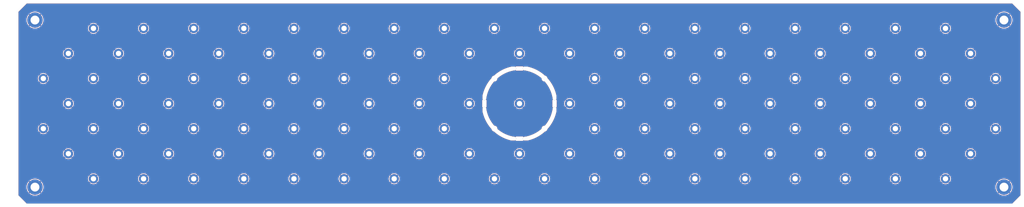
<source format=kicad_pcb>
(kicad_pcb (version 20240108) (generator "pcbnew") (generator_version "8.0")
  (layers (0 "F.Cu" signal) (31 "B.Cu" signal) (34 "B.Paste" user) (35 "F.Paste" user) (36 "B.SilkS" user "B.Silkscreen") (37 "F.SilkS" user "F.Silkscreen") (38 "B.Mask" user) (39 "F.Mask" user) (44 "Edge.Cuts" user))
  (net 0 "")
  (net 1 "GND")
  (footprint "" (layer "F.Cu") (at 184 51)
    (property "Reference" "" (at 0 0 0) (layer "F.SilkS") (effects (font (size 1.27 1.27))))
    (property "Value" "" (at 0 0 0) (layer "F.SilkS") (effects (font (size 1.27 1.27))))
    (pad "1" thru_hole circle (at 0 0) (size 5.6 5.6) (drill 3.2) (layers "*.Cu" "*.Mask") (net 1 "GND"))
  )
  (footprint "" (layer "F.Cu") (at 259 96)
    (property "Reference" "" (at 0 0 0) (layer "F.SilkS") (effects (font (size 1.27 1.27))))
    (property "Value" "" (at 0 0 0) (layer "F.SilkS") (effects (font (size 1.27 1.27))))
    (pad "1" thru_hole circle (at 0 0) (size 5.6 5.6) (drill 3.2) (layers "*.Cu" "*.Mask") (net 1 "GND"))
  )
  (footprint "MountingHole:MountingHole_3.2mm_M3_DIN965_Pad" (layer "F.Cu") (at 244 51)
    (property "Reference" "REF**" (hide yes))
    (property "Value" "MountingHole_3.2mm_M3_DIN965_Pad")
    (pad "1" thru_hole circle (at 0 0) (size 5.6 5.6) (drill 3.2) (layers "*.Cu" "*.Mask") (net 1 "GND"))
  )
  (footprint "" (layer "F.Cu") (at -11 96)
    (property "Reference" "" (at 0 0 0) (layer "F.SilkS") (effects (font (size 1.27 1.27))))
    (property "Value" "" (at 0 0 0) (layer "F.SilkS") (effects (font (size 1.27 1.27))))
    (pad "1" thru_hole circle (at 0 0) (size 5.6 5.6) (drill 3.2) (layers "*.Cu" "*.Mask") (net 1 "GND"))
  )
  (footprint "" (layer "F.Cu") (at 394 81)
    (property "Reference" "" (at 0 0 0) (layer "F.SilkS") (effects (font (size 1.27 1.27))))
    (property "Value" "" (at 0 0 0) (layer "F.SilkS") (effects (font (size 1.27 1.27))))
    (pad "1" thru_hole circle (at 0 0) (size 5.6 5.6) (drill 3.2) (layers "*.Cu" "*.Mask") (net 1 "GND"))
  )
  (footprint "" (layer "F.Cu") (at 334 141)
    (property "Reference" "" (at 0 0 0) (layer "F.SilkS") (effects (font (size 1.27 1.27))))
    (property "Value" "" (at 0 0 0) (layer "F.SilkS") (effects (font (size 1.27 1.27))))
    (pad "1" thru_hole circle (at 0 0) (size 5.6 5.6) (drill 3.2) (layers "*.Cu" "*.Mask") (net 1 "GND"))
  )
  (footprint "" (layer "F.Cu") (at 259 126)
    (property "Reference" "" (at 0 0 0) (layer "F.SilkS") (effects (font (size 1.27 1.27))))
    (property "Value" "" (at 0 0 0) (layer "F.SilkS") (effects (font (size 1.27 1.27))))
    (pad "1" thru_hole circle (at 0 0) (size 5.6 5.6) (drill 3.2) (layers "*.Cu" "*.Mask") (net 1 "GND"))
  )
  (footprint "" (layer "F.Cu") (at -116 111)
    (property "Reference" "" (at 0 0 0) (layer "F.SilkS") (effects (font (size 1.27 1.27))))
    (property "Value" "" (at 0 0 0) (layer "F.SilkS") (effects (font (size 1.27 1.27))))
    (pad "1" thru_hole circle (at 0 0) (size 5.6 5.6) (drill 3.2) (layers "*.Cu" "*.Mask") (net 1 "GND"))
  )
  (footprint "" (layer "F.Cu") (at 274 141)
    (property "Reference" "" (at 0 0 0) (layer "F.SilkS") (effects (font (size 1.27 1.27))))
    (property "Value" "" (at 0 0 0) (layer "F.SilkS") (effects (font (size 1.27 1.27))))
    (pad "1" thru_hole circle (at 0 0) (size 5.6 5.6) (drill 3.2) (layers "*.Cu" "*.Mask") (net 1 "GND"))
  )
  (footprint "" (layer "F.Cu") (at -56 111)
    (property "Reference" "" (at 0 0 0) (layer "F.SilkS") (effects (font (size 1.27 1.27))))
    (property "Value" "" (at 0 0 0) (layer "F.SilkS") (effects (font (size 1.27 1.27))))
    (pad "1" thru_hole circle (at 0 0) (size 5.6 5.6) (drill 3.2) (layers "*.Cu" "*.Mask") (net 1 "GND"))
  )
  (footprint "" (layer "F.Cu") (at -86 81)
    (property "Reference" "" (at 0 0 0) (layer "F.SilkS") (effects (font (size 1.27 1.27))))
    (property "Value" "" (at 0 0 0) (layer "F.SilkS") (effects (font (size 1.27 1.27))))
    (pad "1" thru_hole circle (at 0 0) (size 5.6 5.6) (drill 3.2) (layers "*.Cu" "*.Mask") (net 1 "GND"))
  )
  (footprint "" (layer "F.Cu") (at 424 81)
    (property "Reference" "" (at 0 0 0) (layer "F.SilkS") (effects (font (size 1.27 1.27))))
    (property "Value" "" (at 0 0 0) (layer "F.SilkS") (effects (font (size 1.27 1.27))))
    (pad "1" thru_hole circle (at 0 0) (size 5.6 5.6) (drill 3.2) (layers "*.Cu" "*.Mask") (net 1 "GND"))
  )
  (footprint "" (layer "F.Cu") (at -151 146)
    (property "Reference" "" (at 0 0 0) (layer "F.SilkS") (effects (font (size 1.27 1.27))))
    (property "Value" "" (at 0 0 0) (layer "F.SilkS") (effects (font (size 1.27 1.27))))
    (pad "1" thru_hole circle (at 0 0) (size 9.2 9.2) (drill 5.3) (layers "*.Cu" "*.Mask") (net 1 "GND"))
  )
  (footprint "" (layer "F.Cu") (at 394 51)
    (property "Reference" "" (at 0 0 0) (layer "F.SilkS") (effects (font (size 1.27 1.27))))
    (property "Value" "" (at 0 0 0) (layer "F.SilkS") (effects (font (size 1.27 1.27))))
    (pad "1" thru_hole circle (at 0 0) (size 5.6 5.6) (drill 3.2) (layers "*.Cu" "*.Mask") (net 1 "GND"))
  )
  (footprint "" (layer "F.Cu") (at -26 51)
    (property "Reference" "" (at 0 0 0) (layer "F.SilkS") (effects (font (size 1.27 1.27))))
    (property "Value" "" (at 0 0 0) (layer "F.SilkS") (effects (font (size 1.27 1.27))))
    (pad "1" thru_hole circle (at 0 0) (size 5.6 5.6) (drill 3.2) (layers "*.Cu" "*.Mask") (net 1 "GND"))
  )
  (footprint "" (layer "F.Cu") (at 274 81)
    (property "Reference" "" (at 0 0 0) (layer "F.SilkS") (effects (font (size 1.27 1.27))))
    (property "Value" "" (at 0 0 0) (layer "F.SilkS") (effects (font (size 1.27 1.27))))
    (pad "1" thru_hole circle (at 0 0) (size 5.6 5.6) (drill 3.2) (layers "*.Cu" "*.Mask") (net 1 "GND"))
  )
  (footprint "" (layer "F.Cu") (at 184 111)
    (property "Reference" "" (at 0 0 0) (layer "F.SilkS") (effects (font (size 1.27 1.27))))
    (property "Value" "" (at 0 0 0) (layer "F.SilkS") (effects (font (size 1.27 1.27))))
    (pad "1" thru_hole circle (at 0 0) (size 5.6 5.6) (drill 3.2) (layers "*.Cu" "*.Mask") (net 1 "GND"))
  )
  (footprint "" (layer "F.Cu") (at 364 81)
    (property "Reference" "" (at 0 0 0) (layer "F.SilkS") (effects (font (size 1.27 1.27))))
    (property "Value" "" (at 0 0 0) (layer "F.SilkS") (effects (font (size 1.27 1.27))))
    (pad "1" thru_hole circle (at 0 0) (size 5.6 5.6) (drill 3.2) (layers "*.Cu" "*.Mask") (net 1 "GND"))
  )
  (footprint "" (layer "F.Cu") (at 394 111)
    (property "Reference" "" (at 0 0 0) (layer "F.SilkS") (effects (font (size 1.27 1.27))))
    (property "Value" "" (at 0 0 0) (layer "F.SilkS") (effects (font (size 1.27 1.27))))
    (pad "1" thru_hole circle (at 0 0) (size 5.6 5.6) (drill 3.2) (layers "*.Cu" "*.Mask") (net 1 "GND"))
  )
  (footprint "" (layer "F.Cu") (at 319 66)
    (property "Reference" "" (at 0 0 0) (layer "F.SilkS") (effects (font (size 1.27 1.27))))
    (property "Value" "" (at 0 0 0) (layer "F.SilkS") (effects (font (size 1.27 1.27))))
    (pad "1" thru_hole circle (at 0 0) (size 5.6 5.6) (drill 3.2) (layers "*.Cu" "*.Mask") (net 1 "GND"))
  )
  (footprint "" (layer "F.Cu") (at 259 66)
    (property "Reference" "" (at 0 0 0) (layer "F.SilkS") (effects (font (size 1.27 1.27))))
    (property "Value" "" (at 0 0 0) (layer "F.SilkS") (effects (font (size 1.27 1.27))))
    (pad "1" thru_hole circle (at 0 0) (size 5.6 5.6) (drill 3.2) (layers "*.Cu" "*.Mask") (net 1 "GND"))
  )
  (footprint "" (layer "F.Cu") (at 349 96)
    (property "Reference" "" (at 0 0 0) (layer "F.SilkS") (effects (font (size 1.27 1.27))))
    (property "Value" "" (at 0 0 0) (layer "F.SilkS") (effects (font (size 1.27 1.27))))
    (pad "1" thru_hole circle (at 0 0) (size 5.6 5.6) (drill 3.2) (layers "*.Cu" "*.Mask") (net 1 "GND"))
  )
  (footprint "" (layer "F.Cu") (at 289 96)
    (property "Reference" "" (at 0 0 0) (layer "F.SilkS") (effects (font (size 1.27 1.27))))
    (property "Value" "" (at 0 0 0) (layer "F.SilkS") (effects (font (size 1.27 1.27))))
    (pad "1" thru_hole circle (at 0 0) (size 5.6 5.6) (drill 3.2) (layers "*.Cu" "*.Mask") (net 1 "GND"))
  )
  (footprint "" (layer "F.Cu") (at 364 111)
    (property "Reference" "" (at 0 0 0) (layer "F.SilkS") (effects (font (size 1.27 1.27))))
    (property "Value" "" (at 0 0 0) (layer "F.SilkS") (effects (font (size 1.27 1.27))))
    (pad "1" thru_hole circle (at 0 0) (size 5.6 5.6) (drill 3.2) (layers "*.Cu" "*.Mask") (net 1 "GND"))
  )
  (footprint "" (layer "F.Cu") (at 19 126)
    (property "Reference" "" (at 0 0 0) (layer "F.SilkS") (effects (font (size 1.27 1.27))))
    (property "Value" "" (at 0 0 0) (layer "F.SilkS") (effects (font (size 1.27 1.27))))
    (pad "1" thru_hole circle (at 0 0) (size 5.6 5.6) (drill 3.2) (layers "*.Cu" "*.Mask") (net 1 "GND"))
  )
  (footprint "" (layer "F.Cu") (at 289 126)
    (property "Reference" "" (at 0 0 0) (layer "F.SilkS") (effects (font (size 1.27 1.27))))
    (property "Value" "" (at 0 0 0) (layer "F.SilkS") (effects (font (size 1.27 1.27))))
    (pad "1" thru_hole circle (at 0 0) (size 5.6 5.6) (drill 3.2) (layers "*.Cu" "*.Mask") (net 1 "GND"))
  )
  (footprint "" (layer "F.Cu") (at 64 111)
    (property "Reference" "" (at 0 0 0) (layer "F.SilkS") (effects (font (size 1.27 1.27))))
    (property "Value" "" (at 0 0 0) (layer "F.SilkS") (effects (font (size 1.27 1.27))))
    (pad "1" thru_hole circle (at 0 0) (size 5.6 5.6) (drill 3.2) (layers "*.Cu" "*.Mask") (net 1 "GND"))
  )
  (footprint "" (layer "F.Cu") (at 319 96)
    (property "Reference" "" (at 0 0 0) (layer "F.SilkS") (effects (font (size 1.27 1.27))))
    (property "Value" "" (at 0 0 0) (layer "F.SilkS") (effects (font (size 1.27 1.27))))
    (pad "1" thru_hole circle (at 0 0) (size 5.6 5.6) (drill 3.2) (layers "*.Cu" "*.Mask") (net 1 "GND"))
  )
  (footprint "" (layer "F.Cu") (at 379 126)
    (property "Reference" "" (at 0 0 0) (layer "F.SilkS") (effects (font (size 1.27 1.27))))
    (property "Value" "" (at 0 0 0) (layer "F.SilkS") (effects (font (size 1.27 1.27))))
    (pad "1" thru_hole circle (at 0 0) (size 5.6 5.6) (drill 3.2) (layers "*.Cu" "*.Mask") (net 1 "GND"))
  )
  (footprint "" (layer "F.Cu") (at 169 126)
    (property "Reference" "" (at 0 0 0) (layer "F.SilkS") (effects (font (size 1.27 1.27))))
    (property "Value" "" (at 0 0 0) (layer "F.SilkS") (effects (font (size 1.27 1.27))))
    (pad "1" thru_hole circle (at 0 0) (size 5.6 5.6) (drill 3.2) (layers "*.Cu" "*.Mask") (net 1 "GND"))
  )
  (footprint "" (layer "F.Cu") (at -86 51)
    (property "Reference" "" (at 0 0 0) (layer "F.SilkS") (effects (font (size 1.27 1.27))))
    (property "Value" "" (at 0 0 0) (layer "F.SilkS") (effects (font (size 1.27 1.27))))
    (pad "1" thru_hole circle (at 0 0) (size 5.6 5.6) (drill 3.2) (layers "*.Cu" "*.Mask") (net 1 "GND"))
  )
  (footprint "Panelization:mouse-bite-2mm-slot-4mm" (layer "F.Cu") (at 139 75 180)
    (property "Reference" "mouse-bite-2mm-slot" (hide yes))
    (property "Value" "VAL**" (hide yes))
    (fp_arc (start 3 1) (mid 2 0) (end 3 -1) (stroke (width 0.12)) (layer "Edge.Cuts"))
    (fp_arc (start -3 -1) (mid -2 0) (end -3 1) (stroke (width 0.12)) (layer "Edge.Cuts"))
    (pad "" np_thru_hole circle (at -1.75 -0.9 180) (size 0.5 0.5) (drill 0.5) (layers "*.Cu" "*.Mask"))
    (pad "" np_thru_hole circle (at -1.75 0.9 180) (size 0.5 0.5) (drill 0.5) (layers "*.Cu" "*.Mask"))
    (pad "" np_thru_hole circle (at -1.05 -0.9 180) (size 0.5 0.5) (drill 0.5) (layers "*.Cu" "*.Mask"))
    (pad "" np_thru_hole circle (at -1.05 0.9 180) (size 0.5 0.5) (drill 0.5) (layers "*.Cu" "*.Mask"))
    (pad "" np_thru_hole circle (at -0.35 -0.9 180) (size 0.5 0.5) (drill 0.5) (layers "*.Cu" "*.Mask"))
    (pad "" np_thru_hole circle (at -0.35 0.9 180) (size 0.5 0.5) (drill 0.5) (layers "*.Cu" "*.Mask"))
    (pad "" np_thru_hole circle (at 0.35 -0.9 180) (size 0.5 0.5) (drill 0.5) (layers "*.Cu" "*.Mask"))
    (pad "" np_thru_hole circle (at 0.35 0.9 180) (size 0.5 0.5) (drill 0.5) (layers "*.Cu" "*.Mask"))
    (pad "" np_thru_hole circle (at 1.05 -0.9 180) (size 0.5 0.5) (drill 0.5) (layers "*.Cu" "*.Mask"))
    (pad "" np_thru_hole circle (at 1.05 0.9 180) (size 0.5 0.5) (drill 0.5) (layers "*.Cu" "*.Mask"))
    (pad "" np_thru_hole circle (at 1.75 -0.9 180) (size 0.5 0.5) (drill 0.5) (layers "*.Cu" "*.Mask"))
    (pad "" np_thru_hole circle (at 1.75 0.9 180) (size 0.5 0.5) (drill 0.5) (layers "*.Cu" "*.Mask"))
  )
  (footprint "" (layer "F.Cu") (at 364 141)
    (property "Reference" "" (at 0 0 0) (layer "F.SilkS") (effects (font (size 1.27 1.27))))
    (property "Value" "" (at 0 0 0) (layer "F.SilkS") (effects (font (size 1.27 1.27))))
    (pad "1" thru_hole circle (at 0 0) (size 5.6 5.6) (drill 3.2) (layers "*.Cu" "*.Mask") (net 1 "GND"))
  )
  (footprint "" (layer "F.Cu") (at 334 81)
    (property "Reference" "" (at 0 0 0) (layer "F.SilkS") (effects (font (size 1.27 1.27))))
    (property "Value" "" (at 0 0 0) (layer "F.SilkS") (effects (font (size 1.27 1.27))))
    (pad "1" thru_hole circle (at 0 0) (size 5.6 5.6) (drill 3.2) (layers "*.Cu" "*.Mask") (net 1 "GND"))
  )
  (footprint "" (layer "F.Cu") (at 79 66)
    (property "Reference" "" (at 0 0 0) (layer "F.SilkS") (effects (font (size 1.27 1.27))))
    (property "Value" "" (at 0 0 0) (layer "F.SilkS") (effects (font (size 1.27 1.27))))
    (pad "1" thru_hole circle (at 0 0) (size 5.6 5.6) (drill 3.2) (layers "*.Cu" "*.Mask") (net 1 "GND"))
  )
  (footprint "" (layer "F.Cu") (at 49 96)
    (property "Reference" "" (at 0 0 0) (layer "F.SilkS") (effects (font (size 1.27 1.27))))
    (property "Value" "" (at 0 0 0) (layer "F.SilkS") (effects (font (size 1.27 1.27))))
    (pad "1" thru_hole circle (at 0 0) (size 5.6 5.6) (drill 3.2) (layers "*.Cu" "*.Mask") (net 1 "GND"))
  )
  (footprint "" (layer "F.Cu") (at 94 141)
    (property "Reference" "" (at 0 0 0) (layer "F.SilkS") (effects (font (size 1.27 1.27))))
    (property "Value" "" (at 0 0 0) (layer "F.SilkS") (effects (font (size 1.27 1.27))))
    (pad "1" thru_hole circle (at 0 0) (size 5.6 5.6) (drill 3.2) (layers "*.Cu" "*.Mask") (net 1 "GND"))
  )
  (footprint "" (layer "F.Cu") (at 244 141)
    (property "Reference" "" (at 0 0 0) (layer "F.SilkS") (effects (font (size 1.27 1.27))))
    (property "Value" "" (at 0 0 0) (layer "F.SilkS") (effects (font (size 1.27 1.27))))
    (pad "1" thru_hole circle (at 0 0) (size 5.6 5.6) (drill 3.2) (layers "*.Cu" "*.Mask") (net 1 "GND"))
  )
  (footprint "" (layer "F.Cu") (at -56 51)
    (property "Reference" "" (at 0 0 0) (layer "F.SilkS") (effects (font (size 1.27 1.27))))
    (property "Value" "" (at 0 0 0) (layer "F.SilkS") (effects (font (size 1.27 1.27))))
    (pad "1" thru_hole circle (at 0 0) (size 5.6 5.6) (drill 3.2) (layers "*.Cu" "*.Mask") (net 1 "GND"))
  )
  (footprint "" (layer "F.Cu") (at 94 81)
    (property "Reference" "" (at 0 0 0) (layer "F.SilkS") (effects (font (size 1.27 1.27))))
    (property "Value" "" (at 0 0 0) (layer "F.SilkS") (effects (font (size 1.27 1.27))))
    (pad "1" thru_hole circle (at 0 0) (size 5.6 5.6) (drill 3.2) (layers "*.Cu" "*.Mask") (net 1 "GND"))
  )
  (footprint "" (layer "F.Cu") (at 79 126)
    (property "Reference" "" (at 0 0 0) (layer "F.SilkS") (effects (font (size 1.27 1.27))))
    (property "Value" "" (at 0 0 0) (layer "F.SilkS") (effects (font (size 1.27 1.27))))
    (pad "1" thru_hole circle (at 0 0) (size 5.6 5.6) (drill 3.2) (layers "*.Cu" "*.Mask") (net 1 "GND"))
  )
  (footprint "" (layer "F.Cu") (at 199 66)
    (property "Reference" "" (at 0 0 0) (layer "F.SilkS") (effects (font (size 1.27 1.27))))
    (property "Value" "" (at 0 0 0) (layer "F.SilkS") (effects (font (size 1.27 1.27))))
    (pad "1" thru_hole circle (at 0 0) (size 5.6 5.6) (drill 3.2) (layers "*.Cu" "*.Mask") (net 1 "GND"))
  )
  (footprint "" (layer "F.Cu") (at 124 141)
    (property "Reference" "" (at 0 0 0) (layer "F.SilkS") (effects (font (size 1.27 1.27))))
    (property "Value" "" (at 0 0 0) (layer "F.SilkS") (effects (font (size 1.27 1.27))))
    (pad "1" thru_hole circle (at 0 0) (size 5.6 5.6) (drill 3.2) (layers "*.Cu" "*.Mask") (net 1 "GND"))
  )
  (footprint "" (layer "F.Cu") (at 349 126)
    (property "Reference" "" (at 0 0 0) (layer "F.SilkS") (effects (font (size 1.27 1.27))))
    (property "Value" "" (at 0 0 0) (layer "F.SilkS") (effects (font (size 1.27 1.27))))
    (pad "1" thru_hole circle (at 0 0) (size 5.6 5.6) (drill 3.2) (layers "*.Cu" "*.Mask") (net 1 "GND"))
  )
  (footprint "" (layer "F.Cu") (at 169 66)
    (property "Reference" "" (at 0 0 0) (layer "F.SilkS") (effects (font (size 1.27 1.27))))
    (property "Value" "" (at 0 0 0) (layer "F.SilkS") (effects (font (size 1.27 1.27))))
    (pad "1" thru_hole circle (at 0 0) (size 5.6 5.6) (drill 3.2) (layers "*.Cu" "*.Mask") (net 1 "GND"))
  )
  (footprint "" (layer "F.Cu") (at 19 66)
    (property "Reference" "" (at 0 0 0) (layer "F.SilkS") (effects (font (size 1.27 1.27))))
    (property "Value" "" (at 0 0 0) (layer "F.SilkS") (effects (font (size 1.27 1.27))))
    (pad "1" thru_hole circle (at 0 0) (size 5.6 5.6) (drill 3.2) (layers "*.Cu" "*.Mask") (net 1 "GND"))
  )
  (footprint "" (layer "F.Cu") (at 139 66)
    (property "Reference" "" (at 0 0 0) (layer "F.SilkS") (effects (font (size 1.27 1.27))))
    (property "Value" "" (at 0 0 0) (layer "F.SilkS") (effects (font (size 1.27 1.27))))
    (pad "1" thru_hole circle (at 0 0) (size 5.6 5.6) (drill 3.2) (layers "*.Cu" "*.Mask") (net 1 "GND"))
  )
  (footprint "" (layer "F.Cu") (at 229 126)
    (property "Reference" "" (at 0 0 0) (layer "F.SilkS") (effects (font (size 1.27 1.27))))
    (property "Value" "" (at 0 0 0) (layer "F.SilkS") (effects (font (size 1.27 1.27))))
    (pad "1" thru_hole circle (at 0 0) (size 5.6 5.6) (drill 3.2) (layers "*.Cu" "*.Mask") (net 1 "GND"))
  )
  (footprint "" (layer "F.Cu") (at 94 51)
    (property "Reference" "" (at 0 0 0) (layer "F.SilkS") (effects (font (size 1.27 1.27))))
    (property "Value" "" (at 0 0 0) (layer "F.SilkS") (effects (font (size 1.27 1.27))))
    (pad "1" thru_hole circle (at 0 0) (size 5.6 5.6) (drill 3.2) (layers "*.Cu" "*.Mask") (net 1 "GND"))
  )
  (footprint "" (layer "F.Cu") (at 94 111)
    (property "Reference" "" (at 0 0 0) (layer "F.SilkS") (effects (font (size 1.27 1.27))))
    (property "Value" "" (at 0 0 0) (layer "F.SilkS") (effects (font (size 1.27 1.27))))
    (pad "1" thru_hole circle (at 0 0) (size 5.6 5.6) (drill 3.2) (layers "*.Cu" "*.Mask") (net 1 "GND"))
  )
  (footprint "" (layer "F.Cu") (at -11 126)
    (property "Reference" "" (at 0 0 0) (layer "F.SilkS") (effects (font (size 1.27 1.27))))
    (property "Value" "" (at 0 0 0) (layer "F.SilkS") (effects (font (size 1.27 1.27))))
    (pad "1" thru_hole circle (at 0 0) (size 5.6 5.6) (drill 3.2) (layers "*.Cu" "*.Mask") (net 1 "GND"))
  )
  (footprint "" (layer "F.Cu") (at 304 111)
    (property "Reference" "" (at 0 0 0) (layer "F.SilkS") (effects (font (size 1.27 1.27))))
    (property "Value" "" (at 0 0 0) (layer "F.SilkS") (effects (font (size 1.27 1.27))))
    (pad "1" thru_hole circle (at 0 0) (size 5.6 5.6) (drill 3.2) (layers "*.Cu" "*.Mask") (net 1 "GND"))
  )
  (footprint "" (layer "F.Cu") (at 304 141)
    (property "Reference" "" (at 0 0 0) (layer "F.SilkS") (effects (font (size 1.27 1.27))))
    (property "Value" "" (at 0 0 0) (layer "F.SilkS") (effects (font (size 1.27 1.27))))
    (pad "1" thru_hole circle (at 0 0) (size 5.6 5.6) (drill 3.2) (layers "*.Cu" "*.Mask") (net 1 "GND"))
  )
  (footprint "" (layer "F.Cu") (at 409 126)
    (property "Reference" "" (at 0 0 0) (layer "F.SilkS") (effects (font (size 1.27 1.27))))
    (property "Value" "" (at 0 0 0) (layer "F.SilkS") (effects (font (size 1.27 1.27))))
    (pad "1" thru_hole circle (at 0 0) (size 5.6 5.6) (drill 3.2) (layers "*.Cu" "*.Mask") (net 1 "GND"))
  )
  (footprint "" (layer "F.Cu") (at 424 111)
    (property "Reference" "" (at 0 0 0) (layer "F.SilkS") (effects (font (size 1.27 1.27))))
    (property "Value" "" (at 0 0 0) (layer "F.SilkS") (effects (font (size 1.27 1.27))))
    (pad "1" thru_hole circle (at 0 0) (size 5.6 5.6) (drill 3.2) (layers "*.Cu" "*.Mask") (net 1 "GND"))
  )
  (footprint "" (layer "F.Cu") (at -56 81)
    (property "Reference" "" (at 0 0 0) (layer "F.SilkS") (effects (font (size 1.27 1.27))))
    (property "Value" "" (at 0 0 0) (layer "F.SilkS") (effects (font (size 1.27 1.27))))
    (pad "1" thru_hole circle (at 0 0) (size 5.6 5.6) (drill 3.2) (layers "*.Cu" "*.Mask") (net 1 "GND"))
  )
  (footprint "" (layer "F.Cu") (at -71 126)
    (property "Reference" "" (at 0 0 0) (layer "F.SilkS") (effects (font (size 1.27 1.27))))
    (property "Value" "" (at 0 0 0) (layer "F.SilkS") (effects (font (size 1.27 1.27))))
    (pad "1" thru_hole circle (at 0 0) (size 5.6 5.6) (drill 3.2) (layers "*.Cu" "*.Mask") (net 1 "GND"))
  )
  (footprint "" (layer "F.Cu") (at 199 96)
    (property "Reference" "" (at 0 0 0) (layer "F.SilkS") (effects (font (size 1.27 1.27))))
    (property "Value" "" (at 0 0 0) (layer "F.SilkS") (effects (font (size 1.27 1.27))))
    (pad "1" thru_hole circle (at 0 0) (size 5.6 5.6) (drill 3.2) (layers "*.Cu" "*.Mask") (net 1 "GND"))
  )
  (footprint "" (layer "F.Cu") (at -146 81)
    (property "Reference" "" (at 0 0 0) (layer "F.SilkS") (effects (font (size 1.27 1.27))))
    (property "Value" "" (at 0 0 0) (layer "F.SilkS") (effects (font (size 1.27 1.27))))
    (pad "1" thru_hole circle (at 0 0) (size 5.6 5.6) (drill 3.2) (layers "*.Cu" "*.Mask") (net 1 "GND"))
  )
  (footprint "" (layer "F.Cu") (at 184 81)
    (property "Reference" "" (at 0 0 0) (layer "F.SilkS") (effects (font (size 1.27 1.27))))
    (property "Value" "" (at 0 0 0) (layer "F.SilkS") (effects (font (size 1.27 1.27))))
    (pad "1" thru_hole circle (at 0 0) (size 5.6 5.6) (drill 3.2) (layers "*.Cu" "*.Mask") (net 1 "GND"))
  )
  (footprint "" (layer "F.Cu") (at -116 141)
    (property "Reference" "" (at 0 0 0) (layer "F.SilkS") (effects (font (size 1.27 1.27))))
    (property "Value" "" (at 0 0 0) (layer "F.SilkS") (effects (font (size 1.27 1.27))))
    (pad "1" thru_hole circle (at 0 0) (size 5.6 5.6) (drill 3.2) (layers "*.Cu" "*.Mask") (net 1 "GND"))
  )
  (footprint "Panelization:mouse-bite-2mm-slot-4mm" (layer "F.Cu") (at 139 117 180)
    (property "Reference" "mouse-bite-2mm-slot" (hide yes))
    (property "Value" "VAL**" (hide yes))
    (fp_arc (start 3 1) (mid 2 0) (end 3 -1) (stroke (width 0.12)) (layer "Edge.Cuts"))
    (fp_arc (start -3 -1) (mid -2 0) (end -3 1) (stroke (width 0.12)) (layer "Edge.Cuts"))
    (pad "" np_thru_hole circle (at -1.75 -0.9 180) (size 0.5 0.5) (drill 0.5) (layers "*.Cu" "*.Mask"))
    (pad "" np_thru_hole circle (at -1.75 0.9 180) (size 0.5 0.5) (drill 0.5) (layers "*.Cu" "*.Mask"))
    (pad "" np_thru_hole circle (at -1.05 -0.9 180) (size 0.5 0.5) (drill 0.5) (layers "*.Cu" "*.Mask"))
    (pad "" np_thru_hole circle (at -1.05 0.9 180) (size 0.5 0.5) (drill 0.5) (layers "*.Cu" "*.Mask"))
    (pad "" np_thru_hole circle (at -0.35 -0.9 180) (size 0.5 0.5) (drill 0.5) (layers "*.Cu" "*.Mask"))
    (pad "" np_thru_hole circle (at -0.35 0.9 180) (size 0.5 0.5) (drill 0.5) (layers "*.Cu" "*.Mask"))
    (pad "" np_thru_hole circle (at 0.35 -0.9 180) (size 0.5 0.5) (drill 0.5) (layers "*.Cu" "*.Mask"))
    (pad "" np_thru_hole circle (at 0.35 0.9 180) (size 0.5 0.5) (drill 0.5) (layers "*.Cu" "*.Mask"))
    (pad "" np_thru_hole circle (at 1.05 -0.9 180) (size 0.5 0.5) (drill 0.5) (layers "*.Cu" "*.Mask"))
    (pad "" np_thru_hole circle (at 1.05 0.9 180) (size 0.5 0.5) (drill 0.5) (layers "*.Cu" "*.Mask"))
    (pad "" np_thru_hole circle (at 1.75 -0.9 180) (size 0.5 0.5) (drill 0.5) (layers "*.Cu" "*.Mask"))
    (pad "" np_thru_hole circle (at 1.75 0.9 180) (size 0.5 0.5) (drill 0.5) (layers "*.Cu" "*.Mask"))
  )
  (footprint "MountingHole:MountingHole_5.3mm_M5_DIN965_Pad" (layer "F.Cu") (at -151 46)
    (property "Reference" "H1" (hide yes))
    (property "Value" "MountingHole_Pad")
    (pad "1" thru_hole circle (at 0 0) (size 9.2 9.2) (drill 5.3) (layers "*.Cu" "*.Mask") (net 1 "GND"))
  )
  (footprint "" (layer "F.Cu") (at 429 46)
    (property "Reference" "" (at 0 0 0) (layer "F.SilkS") (effects (font (size 1.27 1.27))))
    (property "Value" "" (at 0 0 0) (layer "F.SilkS") (effects (font (size 1.27 1.27))))
    (pad "1" thru_hole circle (at 0 0) (size 9.2 9.2) (drill 5.3) (layers "*.Cu" "*.Mask") (net 1 "GND"))
  )
  (footprint "" (layer "F.Cu") (at 4 141)
    (property "Reference" "" (at 0 0 0) (layer "F.SilkS") (effects (font (size 1.27 1.27))))
    (property "Value" "" (at 0 0 0) (layer "F.SilkS") (effects (font (size 1.27 1.27))))
    (pad "1" thru_hole circle (at 0 0) (size 5.6 5.6) (drill 3.2) (layers "*.Cu" "*.Mask") (net 1 "GND"))
  )
  (footprint "" (layer "F.Cu") (at 64 51)
    (property "Reference" "" (at 0 0 0) (layer "F.SilkS") (effects (font (size 1.27 1.27))))
    (property "Value" "" (at 0 0 0) (layer "F.SilkS") (effects (font (size 1.27 1.27))))
    (pad "1" thru_hole circle (at 0 0) (size 5.6 5.6) (drill 3.2) (layers "*.Cu" "*.Mask") (net 1 "GND"))
  )
  (footprint "" (layer "F.Cu") (at 334 51)
    (property "Reference" "" (at 0 0 0) (layer "F.SilkS") (effects (font (size 1.27 1.27))))
    (property "Value" "" (at 0 0 0) (layer "F.SilkS") (effects (font (size 1.27 1.27))))
    (pad "1" thru_hole circle (at 0 0) (size 5.6 5.6) (drill 3.2) (layers "*.Cu" "*.Mask") (net 1 "GND"))
  )
  (footprint "" (layer "F.Cu") (at -26 81)
    (property "Reference" "" (at 0 0 0) (layer "F.SilkS") (effects (font (size 1.27 1.27))))
    (property "Value" "" (at 0 0 0) (layer "F.SilkS") (effects (font (size 1.27 1.27))))
    (pad "1" thru_hole circle (at 0 0) (size 5.6 5.6) (drill 3.2) (layers "*.Cu" "*.Mask") (net 1 "GND"))
  )
  (footprint "" (layer "F.Cu") (at -26 141)
    (property "Reference" "" (at 0 0 0) (layer "F.SilkS") (effects (font (size 1.27 1.27))))
    (property "Value" "" (at 0 0 0) (layer "F.SilkS") (effects (font (size 1.27 1.27))))
    (pad "1" thru_hole circle (at 0 0) (size 5.6 5.6) (drill 3.2) (layers "*.Cu" "*.Mask") (net 1 "GND"))
  )
  (footprint "" (layer "F.Cu") (at 109 66)
    (property "Reference" "" (at 0 0 0) (layer "F.SilkS") (effects (font (size 1.27 1.27))))
    (property "Value" "" (at 0 0 0) (layer "F.SilkS") (effects (font (size 1.27 1.27))))
    (pad "1" thru_hole circle (at 0 0) (size 5.6 5.6) (drill 3.2) (layers "*.Cu" "*.Mask") (net 1 "GND"))
  )
  (footprint "" (layer "F.Cu") (at 379 96)
    (property "Reference" "" (at 0 0 0) (layer "F.SilkS") (effects (font (size 1.27 1.27))))
    (property "Value" "" (at 0 0 0) (layer "F.SilkS") (effects (font (size 1.27 1.27))))
    (pad "1" thru_hole circle (at 0 0) (size 5.6 5.6) (drill 3.2) (layers "*.Cu" "*.Mask") (net 1 "GND"))
  )
  (footprint "" (layer "F.Cu") (at 169 96)
    (property "Reference" "" (at 0 0 0) (layer "F.SilkS") (effects (font (size 1.27 1.27))))
    (property "Value" "" (at 0 0 0) (layer "F.SilkS") (effects (font (size 1.27 1.27))))
    (pad "1" thru_hole circle (at 0 0) (size 5.6 5.6) (drill 3.2) (layers "*.Cu" "*.Mask") (net 1 "GND"))
  )
  (footprint "" (layer "F.Cu") (at 394 141)
    (property "Reference" "" (at 0 0 0) (layer "F.SilkS") (effects (font (size 1.27 1.27))))
    (property "Value" "" (at 0 0 0) (layer "F.SilkS") (effects (font (size 1.27 1.27))))
    (pad "1" thru_hole circle (at 0 0) (size 5.6 5.6) (drill 3.2) (layers "*.Cu" "*.Mask") (net 1 "GND"))
  )
  (footprint "" (layer "F.Cu") (at 4 81)
    (property "Reference" "" (at 0 0 0) (layer "F.SilkS") (effects (font (size 1.27 1.27))))
    (property "Value" "" (at 0 0 0) (layer "F.SilkS") (effects (font (size 1.27 1.27))))
    (pad "1" thru_hole circle (at 0 0) (size 5.6 5.6) (drill 3.2) (layers "*.Cu" "*.Mask") (net 1 "GND"))
  )
  (footprint "" (layer "F.Cu") (at 319 126)
    (property "Reference" "" (at 0 0 0) (layer "F.SilkS") (effects (font (size 1.27 1.27))))
    (property "Value" "" (at 0 0 0) (layer "F.SilkS") (effects (font (size 1.27 1.27))))
    (pad "1" thru_hole circle (at 0 0) (size 5.6 5.6) (drill 3.2) (layers "*.Cu" "*.Mask") (net 1 "GND"))
  )
  (footprint "" (layer "F.Cu") (at -71 96)
    (property "Reference" "" (at 0 0 0) (layer "F.SilkS") (effects (font (size 1.27 1.27))))
    (property "Value" "" (at 0 0 0) (layer "F.SilkS") (effects (font (size 1.27 1.27))))
    (pad "1" thru_hole circle (at 0 0) (size 5.6 5.6) (drill 3.2) (layers "*.Cu" "*.Mask") (net 1 "GND"))
  )
  (footprint "" (layer "F.Cu") (at -71 66)
    (property "Reference" "" (at 0 0 0) (layer "F.SilkS") (effects (font (size 1.27 1.27))))
    (property "Value" "" (at 0 0 0) (layer "F.SilkS") (effects (font (size 1.27 1.27))))
    (pad "1" thru_hole circle (at 0 0) (size 5.6 5.6) (drill 3.2) (layers "*.Cu" "*.Mask") (net 1 "GND"))
  )
  (footprint "" (layer "F.Cu") (at -131 126)
    (property "Reference" "" (at 0 0 0) (layer "F.SilkS") (effects (font (size 1.27 1.27))))
    (property "Value" "" (at 0 0 0) (layer "F.SilkS") (effects (font (size 1.27 1.27))))
    (pad "1" thru_hole circle (at 0 0) (size 5.6 5.6) (drill 3.2) (layers "*.Cu" "*.Mask") (net 1 "GND"))
  )
  (footprint "" (layer "F.Cu") (at 79 96)
    (property "Reference" "" (at 0 0 0) (layer "F.SilkS") (effects (font (size 1.27 1.27))))
    (property "Value" "" (at 0 0 0) (layer "F.SilkS") (effects (font (size 1.27 1.27))))
    (pad "1" thru_hole circle (at 0 0) (size 5.6 5.6) (drill 3.2) (layers "*.Cu" "*.Mask") (net 1 "GND"))
  )
  (footprint "" (layer "F.Cu") (at 184 141)
    (property "Reference" "" (at 0 0 0) (layer "F.SilkS") (effects (font (size 1.27 1.27))))
    (property "Value" "" (at 0 0 0) (layer "F.SilkS") (effects (font (size 1.27 1.27))))
    (pad "1" thru_hole circle (at 0 0) (size 5.6 5.6) (drill 3.2) (layers "*.Cu" "*.Mask") (net 1 "GND"))
  )
  (footprint "" (layer "F.Cu") (at 274 111)
    (property "Reference" "" (at 0 0 0) (layer "F.SilkS") (effects (font (size 1.27 1.27))))
    (property "Value" "" (at 0 0 0) (layer "F.SilkS") (effects (font (size 1.27 1.27))))
    (pad "1" thru_hole circle (at 0 0) (size 5.6 5.6) (drill 3.2) (layers "*.Cu" "*.Mask") (net 1 "GND"))
  )
  (footprint "" (layer "F.Cu") (at 214 51)
    (property "Reference" "" (at 0 0 0) (layer "F.SilkS") (effects (font (size 1.27 1.27))))
    (property "Value" "" (at 0 0 0) (layer "F.SilkS") (effects (font (size 1.27 1.27))))
    (pad "1" thru_hole circle (at 0 0) (size 5.6 5.6) (drill 3.2) (layers "*.Cu" "*.Mask") (net 1 "GND"))
  )
  (footprint "" (layer "F.Cu") (at 289 66)
    (property "Reference" "" (at 0 0 0) (layer "F.SilkS") (effects (font (size 1.27 1.27))))
    (property "Value" "" (at 0 0 0) (layer "F.SilkS") (effects (font (size 1.27 1.27))))
    (pad "1" thru_hole circle (at 0 0) (size 5.6 5.6) (drill 3.2) (layers "*.Cu" "*.Mask") (net 1 "GND"))
  )
  (footprint "" (layer "F.Cu") (at -86 111)
    (property "Reference" "" (at 0 0 0) (layer "F.SilkS") (effects (font (size 1.27 1.27))))
    (property "Value" "" (at 0 0 0) (layer "F.SilkS") (effects (font (size 1.27 1.27))))
    (pad "1" thru_hole circle (at 0 0) (size 5.6 5.6) (drill 3.2) (layers "*.Cu" "*.Mask") (net 1 "GND"))
  )
  (footprint "" (layer "F.Cu") (at 199 126)
    (property "Reference" "" (at 0 0 0) (layer "F.SilkS") (effects (font (size 1.27 1.27))))
    (property "Value" "" (at 0 0 0) (layer "F.SilkS") (effects (font (size 1.27 1.27))))
    (pad "1" thru_hole circle (at 0 0) (size 5.6 5.6) (drill 3.2) (layers "*.Cu" "*.Mask") (net 1 "GND"))
  )
  (footprint "" (layer "F.Cu") (at 34 141)
    (property "Reference" "" (at 0 0 0) (layer "F.SilkS") (effects (font (size 1.27 1.27))))
    (property "Value" "" (at 0 0 0) (layer "F.SilkS") (effects (font (size 1.27 1.27))))
    (pad "1" thru_hole circle (at 0 0) (size 5.6 5.6) (drill 3.2) (layers "*.Cu" "*.Mask") (net 1 "GND"))
  )
  (footprint "" (layer "F.Cu") (at -131 66)
    (property "Reference" "" (at 0 0 0) (layer "F.SilkS") (effects (font (size 1.27 1.27))))
    (property "Value" "" (at 0 0 0) (layer "F.SilkS") (effects (font (size 1.27 1.27))))
    (pad "1" thru_hole circle (at 0 0) (size 5.6 5.6) (drill 3.2) (layers "*.Cu" "*.Mask") (net 1 "GND"))
  )
  (footprint "" (layer "F.Cu") (at -101 126)
    (property "Reference" "" (at 0 0 0) (layer "F.SilkS") (effects (font (size 1.27 1.27))))
    (property "Value" "" (at 0 0 0) (layer "F.SilkS") (effects (font (size 1.27 1.27))))
    (pad "1" thru_hole circle (at 0 0) (size 5.6 5.6) (drill 3.2) (layers "*.Cu" "*.Mask") (net 1 "GND"))
  )
  (footprint "MountingHole:MountingHole_3.2mm_M3_DIN965_Pad" (layer "F.Cu") (at 4 51)
    (property "Reference" "REF**" (hide yes))
    (property "Value" "MountingHole_3.2mm_M3_DIN965_Pad")
    (pad "1" thru_hole circle (at 0 0) (size 5.6 5.6) (drill 3.2) (layers "*.Cu" "*.Mask") (net 1 "GND"))
  )
  (footprint "Panelization:mouse-bite-2mm-slot-4mm" (layer "F.Cu") (at 118 96 90)
    (property "Reference" "mouse-bite-2mm-slot" (hide yes))
    (property "Value" "VAL**" (hide yes))
    (fp_arc (start -3 -1) (mid -2 0) (end -3 1) (stroke (width 0.12)) (layer "Edge.Cuts"))
    (fp_arc (start 3 1) (mid 2 0) (end 3 -1) (stroke (width 0.12)) (layer "Edge.Cuts"))
    (pad "" np_thru_hole circle (at -1.75 -0.9 90) (size 0.5 0.5) (drill 0.5) (layers "*.Cu" "*.Mask"))
    (pad "" np_thru_hole circle (at -1.75 0.9 90) (size 0.5 0.5) (drill 0.5) (layers "*.Cu" "*.Mask"))
    (pad "" np_thru_hole circle (at -1.05 -0.9 90) (size 0.5 0.5) (drill 0.5) (layers "*.Cu" "*.Mask"))
    (pad "" np_thru_hole circle (at -1.05 0.9 90) (size 0.5 0.5) (drill 0.5) (layers "*.Cu" "*.Mask"))
    (pad "" np_thru_hole circle (at -0.35 -0.9 90) (size 0.5 0.5) (drill 0.5) (layers "*.Cu" "*.Mask"))
    (pad "" np_thru_hole circle (at -0.35 0.9 90) (size 0.5 0.5) (drill 0.5) (layers "*.Cu" "*.Mask"))
    (pad "" np_thru_hole circle (at 0.35 -0.9 90) (size 0.5 0.5) (drill 0.5) (layers "*.Cu" "*.Mask"))
    (pad "" np_thru_hole circle (at 0.35 0.9 90) (size 0.5 0.5) (drill 0.5) (layers "*.Cu" "*.Mask"))
    (pad "" np_thru_hole circle (at 1.05 -0.9 90) (size 0.5 0.5) (drill 0.5) (layers "*.Cu" "*.Mask"))
    (pad "" np_thru_hole circle (at 1.05 0.9 90) (size 0.5 0.5) (drill 0.5) (layers "*.Cu" "*.Mask"))
    (pad "" np_thru_hole circle (at 1.75 -0.9 90) (size 0.5 0.5) (drill 0.5) (layers "*.Cu" "*.Mask"))
    (pad "" np_thru_hole circle (at 1.75 0.9 90) (size 0.5 0.5) (drill 0.5) (layers "*.Cu" "*.Mask"))
  )
  (footprint "MountingHole:MountingHole_3.2mm_M3_DIN965_Pad" (layer "F.Cu") (at -116 51)
    (property "Reference" "REF**" (hide yes))
    (property "Value" "MountingHole_3.2mm_M3_DIN965_Pad")
    (pad "1" thru_hole circle (at 0 0) (size 5.6 5.6) (drill 3.2) (layers "*.Cu" "*.Mask") (net 1 "GND"))
  )
  (footprint "" (layer "F.Cu") (at 409 66)
    (property "Reference" "" (at 0 0 0) (layer "F.SilkS") (effects (font (size 1.27 1.27))))
    (property "Value" "" (at 0 0 0) (layer "F.SilkS") (effects (font (size 1.27 1.27))))
    (pad "1" thru_hole circle (at 0 0) (size 5.6 5.6) (drill 3.2) (layers "*.Cu" "*.Mask") (net 1 "GND"))
  )
  (footprint "mfg:logo_mask" (layer "F.Cu") (at -143 138 -45)
    (property "Reference" "G1" (hide yes))
    (property "Value" "LOGO" (hide yes))
  )
  (footprint "" (layer "F.Cu") (at 304 81)
    (property "Reference" "" (at 0 0 0) (layer "F.SilkS") (effects (font (size 1.27 1.27))))
    (property "Value" "" (at 0 0 0) (layer "F.SilkS") (effects (font (size 1.27 1.27))))
    (pad "1" thru_hole circle (at 0 0) (size 5.6 5.6) (drill 3.2) (layers "*.Cu" "*.Mask") (net 1 "GND"))
  )
  (footprint "" (layer "F.Cu") (at 109 126)
    (property "Reference" "" (at 0 0 0) (layer "F.SilkS") (effects (font (size 1.27 1.27))))
    (property "Value" "" (at 0 0 0) (layer "F.SilkS") (effects (font (size 1.27 1.27))))
    (pad "1" thru_hole circle (at 0 0) (size 5.6 5.6) (drill 3.2) (layers "*.Cu" "*.Mask") (net 1 "GND"))
  )
  (footprint "" (layer "F.Cu") (at 34 81)
    (property "Reference" "" (at 0 0 0) (layer "F.SilkS") (effects (font (size 1.27 1.27))))
    (property "Value" "" (at 0 0 0) (layer "F.SilkS") (effects (font (size 1.27 1.27))))
    (pad "1" thru_hole circle (at 0 0) (size 5.6 5.6) (drill 3.2) (layers "*.Cu" "*.Mask") (net 1 "GND"))
  )
  (footprint "" (layer "F.Cu") (at -26 111)
    (property "Reference" "" (at 0 0 0) (layer "F.SilkS") (effects (font (size 1.27 1.27))))
    (property "Value" "" (at 0 0 0) (layer "F.SilkS") (effects (font (size 1.27 1.27))))
    (pad "1" thru_hole circle (at 0 0) (size 5.6 5.6) (drill 3.2) (layers "*.Cu" "*.Mask") (net 1 "GND"))
  )
  (footprint "" (layer "F.Cu") (at -101 66)
    (property "Reference" "" (at 0 0 0) (layer "F.SilkS") (effects (font (size 1.27 1.27))))
    (property "Value" "" (at 0 0 0) (layer "F.SilkS") (effects (font (size 1.27 1.27))))
    (pad "1" thru_hole circle (at 0 0) (size 5.6 5.6) (drill 3.2) (layers "*.Cu" "*.Mask") (net 1 "GND"))
  )
  (footprint "" (layer "F.Cu") (at 304 51)
    (property "Reference" "" (at 0 0 0) (layer "F.SilkS") (effects (font (size 1.27 1.27))))
    (property "Value" "" (at 0 0 0) (layer "F.SilkS") (effects (font (size 1.27 1.27))))
    (pad "1" thru_hole circle (at 0 0) (size 5.6 5.6) (drill 3.2) (layers "*.Cu" "*.Mask") (net 1 "GND"))
  )
  (footprint "" (layer "F.Cu") (at 214 81)
    (property "Reference" "" (at 0 0 0) (layer "F.SilkS") (effects (font (size 1.27 1.27))))
    (property "Value" "" (at 0 0 0) (layer "F.SilkS") (effects (font (size 1.27 1.27))))
    (pad "1" thru_hole circle (at 0 0) (size 5.6 5.6) (drill 3.2) (layers "*.Cu" "*.Mask") (net 1 "GND"))
  )
  (footprint "" (layer "F.Cu") (at -86 141)
    (property "Reference" "" (at 0 0 0) (layer "F.SilkS") (effects (font (size 1.27 1.27))))
    (property "Value" "" (at 0 0 0) (layer "F.SilkS") (effects (font (size 1.27 1.27))))
    (pad "1" thru_hole circle (at 0 0) (size 5.6 5.6) (drill 3.2) (layers "*.Cu" "*.Mask") (net 1 "GND"))
  )
  (footprint "" (layer "F.Cu") (at 49 66)
    (property "Reference" "" (at 0 0 0) (layer "F.SilkS") (effects (font (size 1.27 1.27))))
    (property "Value" "" (at 0 0 0) (layer "F.SilkS") (effects (font (size 1.27 1.27))))
    (pad "1" thru_hole circle (at 0 0) (size 5.6 5.6) (drill 3.2) (layers "*.Cu" "*.Mask") (net 1 "GND"))
  )
  (footprint "" (layer "F.Cu") (at 274 51)
    (property "Reference" "" (at 0 0 0) (layer "F.SilkS") (effects (font (size 1.27 1.27))))
    (property "Value" "" (at 0 0 0) (layer "F.SilkS") (effects (font (size 1.27 1.27))))
    (pad "1" thru_hole circle (at 0 0) (size 5.6 5.6) (drill 3.2) (layers "*.Cu" "*.Mask") (net 1 "GND"))
  )
  (footprint "" (layer "F.Cu") (at 334 111)
    (property "Reference" "" (at 0 0 0) (layer "F.SilkS") (effects (font (size 1.27 1.27))))
    (property "Value" "" (at 0 0 0) (layer "F.SilkS") (effects (font (size 1.27 1.27))))
    (pad "1" thru_hole circle (at 0 0) (size 5.6 5.6) (drill 3.2) (layers "*.Cu" "*.Mask") (net 1 "GND"))
  )
  (footprint "" (layer "F.Cu") (at 19 96)
    (property "Reference" "" (at 0 0 0) (layer "F.SilkS") (effects (font (size 1.27 1.27))))
    (property "Value" "" (at 0 0 0) (layer "F.SilkS") (effects (font (size 1.27 1.27))))
    (pad "1" thru_hole circle (at 0 0) (size 5.6 5.6) (drill 3.2) (layers "*.Cu" "*.Mask") (net 1 "GND"))
  )
  (footprint "" (layer "F.Cu") (at -101 96)
    (property "Reference" "" (at 0 0 0) (layer "F.SilkS") (effects (font (size 1.27 1.27))))
    (property "Value" "" (at 0 0 0) (layer "F.SilkS") (effects (font (size 1.27 1.27))))
    (pad "1" thru_hole circle (at 0 0) (size 5.6 5.6) (drill 3.2) (layers "*.Cu" "*.Mask") (net 1 "GND"))
  )
  (footprint "" (layer "F.Cu") (at 214 141)
    (property "Reference" "" (at 0 0 0) (layer "F.SilkS") (effects (font (size 1.27 1.27))))
    (property "Value" "" (at 0 0 0) (layer "F.SilkS") (effects (font (size 1.27 1.27))))
    (pad "1" thru_hole circle (at 0 0) (size 5.6 5.6) (drill 3.2) (layers "*.Cu" "*.Mask") (net 1 "GND"))
  )
  (footprint "" (layer "F.Cu") (at 214 111)
    (property "Reference" "" (at 0 0 0) (layer "F.SilkS") (effects (font (size 1.27 1.27))))
    (property "Value" "" (at 0 0 0) (layer "F.SilkS") (effects (font (size 1.27 1.27))))
    (pad "1" thru_hole circle (at 0 0) (size 5.6 5.6) (drill 3.2) (layers "*.Cu" "*.Mask") (net 1 "GND"))
  )
  (footprint "" (layer "F.Cu") (at 34 51)
    (property "Reference" "" (at 0 0 0) (layer "F.SilkS") (effects (font (size 1.27 1.27))))
    (property "Value" "" (at 0 0 0) (layer "F.SilkS") (effects (font (size 1.27 1.27))))
    (pad "1" thru_hole circle (at 0 0) (size 5.6 5.6) (drill 3.2) (layers "*.Cu" "*.Mask") (net 1 "GND"))
  )
  (footprint "" (layer "F.Cu") (at 109 96)
    (property "Reference" "" (at 0 0 0) (layer "F.SilkS") (effects (font (size 1.27 1.27))))
    (property "Value" "" (at 0 0 0) (layer "F.SilkS") (effects (font (size 1.27 1.27))))
    (pad "1" thru_hole circle (at 0 0) (size 5.6 5.6) (drill 3.2) (layers "*.Cu" "*.Mask") (net 1 "GND"))
  )
  (footprint "" (layer "F.Cu") (at 154 141)
    (property "Reference" "" (at 0 0 0) (layer "F.SilkS") (effects (font (size 1.27 1.27))))
    (property "Value" "" (at 0 0 0) (layer "F.SilkS") (effects (font (size 1.27 1.27))))
    (pad "1" thru_hole circle (at 0 0) (size 5.6 5.6) (drill 3.2) (layers "*.Cu" "*.Mask") (net 1 "GND"))
  )
  (footprint "MountingHole:MountingHole_3.2mm_M3_DIN965_Pad" (layer "F.Cu") (at 364 51)
    (property "Reference" "REF**" (hide yes))
    (property "Value" "MountingHole_3.2mm_M3_DIN965_Pad")
    (pad "1" thru_hole circle (at 0 0) (size 5.6 5.6) (drill 3.2) (layers "*.Cu" "*.Mask") (net 1 "GND"))
  )
  (footprint "" (layer "F.Cu") (at 64 81)
    (property "Reference" "" (at 0 0 0) (layer "F.SilkS") (effects (font (size 1.27 1.27))))
    (property "Value" "" (at 0 0 0) (layer "F.SilkS") (effects (font (size 1.27 1.27))))
    (pad "1" thru_hole circle (at 0 0) (size 5.6 5.6) (drill 3.2) (layers "*.Cu" "*.Mask") (net 1 "GND"))
  )
  (footprint "" (layer "F.Cu") (at 229 96)
    (property "Reference" "" (at 0 0 0) (layer "F.SilkS") (effects (font (size 1.27 1.27))))
    (property "Value" "" (at 0 0 0) (layer "F.SilkS") (effects (font (size 1.27 1.27))))
    (pad "1" thru_hole circle (at 0 0) (size 5.6 5.6) (drill 3.2) (layers "*.Cu" "*.Mask") (net 1 "GND"))
  )
  (footprint "" (layer "F.Cu") (at 34 111)
    (property "Reference" "" (at 0 0 0) (layer "F.SilkS") (effects (font (size 1.27 1.27))))
    (property "Value" "" (at 0 0 0) (layer "F.SilkS") (effects (font (size 1.27 1.27))))
    (pad "1" thru_hole circle (at 0 0) (size 5.6 5.6) (drill 3.2) (layers "*.Cu" "*.Mask") (net 1 "GND"))
  )
  (footprint "" (layer "F.Cu") (at 49 126)
    (property "Reference" "" (at 0 0 0) (layer "F.SilkS") (effects (font (size 1.27 1.27))))
    (property "Value" "" (at 0 0 0) (layer "F.SilkS") (effects (font (size 1.27 1.27))))
    (pad "1" thru_hole circle (at 0 0) (size 5.6 5.6) (drill 3.2) (layers "*.Cu" "*.Mask") (net 1 "GND"))
  )
  (footprint "" (layer "F.Cu") (at -116 81)
    (property "Reference" "" (at 0 0 0) (layer "F.SilkS") (effects (font (size 1.27 1.27))))
    (property "Value" "" (at 0 0 0) (layer "F.SilkS") (effects (font (size 1.27 1.27))))
    (pad "1" thru_hole circle (at 0 0) (size 5.6 5.6) (drill 3.2) (layers "*.Cu" "*.Mask") (net 1 "GND"))
  )
  (footprint "" (layer "F.Cu") (at -41 66)
    (property "Reference" "" (at 0 0 0) (layer "F.SilkS") (effects (font (size 1.27 1.27))))
    (property "Value" "" (at 0 0 0) (layer "F.SilkS") (effects (font (size 1.27 1.27))))
    (pad "1" thru_hole circle (at 0 0) (size 5.6 5.6) (drill 3.2) (layers "*.Cu" "*.Mask") (net 1 "GND"))
  )
  (footprint "" (layer "F.Cu") (at 64 141)
    (property "Reference" "" (at 0 0 0) (layer "F.SilkS") (effects (font (size 1.27 1.27))))
    (property "Value" "" (at 0 0 0) (layer "F.SilkS") (effects (font (size 1.27 1.27))))
    (pad "1" thru_hole circle (at 0 0) (size 5.6 5.6) (drill 3.2) (layers "*.Cu" "*.Mask") (net 1 "GND"))
  )
  (footprint "" (layer "F.Cu") (at 139 96)
    (property "Reference" "" (at 0 0 0) (layer "F.SilkS") (effects (font (size 1.27 1.27))))
    (property "Value" "" (at 0 0 0) (layer "F.SilkS") (effects (font (size 1.27 1.27))))
    (pad "1" thru_hole circle (at 0 0) (size 5.6 5.6) (drill 3.2) (layers "*.Cu" "*.Mask") (net 1 "GND"))
  )
  (footprint "" (layer "F.Cu") (at 349 66)
    (property "Reference" "" (at 0 0 0) (layer "F.SilkS") (effects (font (size 1.27 1.27))))
    (property "Value" "" (at 0 0 0) (layer "F.SilkS") (effects (font (size 1.27 1.27))))
    (pad "1" thru_hole circle (at 0 0) (size 5.6 5.6) (drill 3.2) (layers "*.Cu" "*.Mask") (net 1 "GND"))
  )
  (footprint "" (layer "F.Cu") (at 244 81)
    (property "Reference" "" (at 0 0 0) (layer "F.SilkS") (effects (font (size 1.27 1.27))))
    (property "Value" "" (at 0 0 0) (layer "F.SilkS") (effects (font (size 1.27 1.27))))
    (pad "1" thru_hole circle (at 0 0) (size 5.6 5.6) (drill 3.2) (layers "*.Cu" "*.Mask") (net 1 "GND"))
  )
  (footprint "" (layer "F.Cu") (at 139 126)
    (property "Reference" "" (at 0 0 0) (layer "F.SilkS") (effects (font (size 1.27 1.27))))
    (property "Value" "" (at 0 0 0) (layer "F.SilkS") (effects (font (size 1.27 1.27))))
    (pad "1" thru_hole circle (at 0 0) (size 5.6 5.6) (drill 3.2) (layers "*.Cu" "*.Mask") (net 1 "GND"))
  )
  (footprint "" (layer "F.Cu") (at 229 66)
    (property "Reference" "" (at 0 0 0) (layer "F.SilkS") (effects (font (size 1.27 1.27))))
    (property "Value" "" (at 0 0 0) (layer "F.SilkS") (effects (font (size 1.27 1.27))))
    (pad "1" thru_hole circle (at 0 0) (size 5.6 5.6) (drill 3.2) (layers "*.Cu" "*.Mask") (net 1 "GND"))
  )
  (footprint "" (layer "F.Cu") (at 244 111)
    (property "Reference" "" (at 0 0 0) (layer "F.SilkS") (effects (font (size 1.27 1.27))))
    (property "Value" "" (at 0 0 0) (layer "F.SilkS") (effects (font (size 1.27 1.27))))
    (pad "1" thru_hole circle (at 0 0) (size 5.6 5.6) (drill 3.2) (layers "*.Cu" "*.Mask") (net 1 "GND"))
  )
  (footprint "" (layer "F.Cu") (at -41 96)
    (property "Reference" "" (at 0 0 0) (layer "F.SilkS") (effects (font (size 1.27 1.27))))
    (property "Value" "" (at 0 0 0) (layer "F.SilkS") (effects (font (size 1.27 1.27))))
    (pad "1" thru_hole circle (at 0 0) (size 5.6 5.6) (drill 3.2) (layers "*.Cu" "*.Mask") (net 1 "GND"))
  )
  (footprint "" (layer "F.Cu") (at 379 66)
    (property "Reference" "" (at 0 0 0) (layer "F.SilkS") (effects (font (size 1.27 1.27))))
    (property "Value" "" (at 0 0 0) (layer "F.SilkS") (effects (font (size 1.27 1.27))))
    (pad "1" thru_hole circle (at 0 0) (size 5.6 5.6) (drill 3.2) (layers "*.Cu" "*.Mask") (net 1 "GND"))
  )
  (footprint "" (layer "F.Cu") (at 429 146)
    (property "Reference" "" (at 0 0 0) (layer "F.SilkS") (effects (font (size 1.27 1.27))))
    (property "Value" "" (at 0 0 0) (layer "F.SilkS") (effects (font (size 1.27 1.27))))
    (pad "1" thru_hole circle (at 0 0) (size 9.2 9.2) (drill 5.3) (layers "*.Cu" "*.Mask") (net 1 "GND"))
  )
  (footprint "Panelization:mouse-bite-2mm-slot-4mm" (layer "F.Cu") (at 160 96 90)
    (property "Reference" "mouse-bite-2mm-slot" (hide yes))
    (property "Value" "VAL**" (hide yes))
    (fp_arc (start -3 -1) (mid -2 0) (end -3 1) (stroke (width 0.12)) (layer "Edge.Cuts"))
    (fp_arc (start 3 1) (mid 2 0) (end 3 -1) (stroke (width 0.12)) (layer "Edge.Cuts"))
    (pad "" np_thru_hole circle (at -1.75 -0.9 90) (size 0.5 0.5) (drill 0.5) (layers "*.Cu" "*.Mask"))
    (pad "" np_thru_hole circle (at -1.75 0.9 90) (size 0.5 0.5) (drill 0.5) (layers "*.Cu" "*.Mask"))
    (pad "" np_thru_hole circle (at -1.05 -0.9 90) (size 0.5 0.5) (drill 0.5) (layers "*.Cu" "*.Mask"))
    (pad "" np_thru_hole circle (at -1.05 0.9 90) (size 0.5 0.5) (drill 0.5) (layers "*.Cu" "*.Mask"))
    (pad "" np_thru_hole circle (at -0.35 -0.9 90) (size 0.5 0.5) (drill 0.5) (layers "*.Cu" "*.Mask"))
    (pad "" np_thru_hole circle (at -0.35 0.9 90) (size 0.5 0.5) (drill 0.5) (layers "*.Cu" "*.Mask"))
    (pad "" np_thru_hole circle (at 0.35 -0.9 90) (size 0.5 0.5) (drill 0.5) (layers "*.Cu" "*.Mask"))
    (pad "" np_thru_hole circle (at 0.35 0.9 90) (size 0.5 0.5) (drill 0.5) (layers "*.Cu" "*.Mask"))
    (pad "" np_thru_hole circle (at 1.05 -0.9 90) (size 0.5 0.5) (drill 0.5) (layers "*.Cu" "*.Mask"))
    (pad "" np_thru_hole circle (at 1.05 0.9 90) (size 0.5 0.5) (drill 0.5) (layers "*.Cu" "*.Mask"))
    (pad "" np_thru_hole circle (at 1.75 -0.9 90) (size 0.5 0.5) (drill 0.5) (layers "*.Cu" "*.Mask"))
    (pad "" np_thru_hole circle (at 1.75 0.9 90) (size 0.5 0.5) (drill 0.5) (layers "*.Cu" "*.Mask"))
  )
  (footprint "" (layer "F.Cu") (at -41 126)
    (property "Reference" "" (at 0 0 0) (layer "F.SilkS") (effects (font (size 1.27 1.27))))
    (property "Value" "" (at 0 0 0) (layer "F.SilkS") (effects (font (size 1.27 1.27))))
    (pad "1" thru_hole circle (at 0 0) (size 5.6 5.6) (drill 3.2) (layers "*.Cu" "*.Mask") (net 1 "GND"))
  )
  (footprint "" (layer "F.Cu") (at -56 141)
    (property "Reference" "" (at 0 0 0) (layer "F.SilkS") (effects (font (size 1.27 1.27))))
    (property "Value" "" (at 0 0 0) (layer "F.SilkS") (effects (font (size 1.27 1.27))))
    (pad "1" thru_hole circle (at 0 0) (size 5.6 5.6) (drill 3.2) (layers "*.Cu" "*.Mask") (net 1 "GND"))
  )
  (footprint "" (layer "F.Cu") (at -11 66)
    (property "Reference" "" (at 0 0 0) (layer "F.SilkS") (effects (font (size 1.27 1.27))))
    (property "Value" "" (at 0 0 0) (layer "F.SilkS") (effects (font (size 1.27 1.27))))
    (pad "1" thru_hole circle (at 0 0) (size 5.6 5.6) (drill 3.2) (layers "*.Cu" "*.Mask") (net 1 "GND"))
  )
  (footprint "" (layer "F.Cu") (at 409 96)
    (property "Reference" "" (at 0 0 0) (layer "F.SilkS") (effects (font (size 1.27 1.27))))
    (property "Value" "" (at 0 0 0) (layer "F.SilkS") (effects (font (size 1.27 1.27))))
    (pad "1" thru_hole circle (at 0 0) (size 5.6 5.6) (drill 3.2) (layers "*.Cu" "*.Mask") (net 1 "GND"))
  )
  (footprint "" (layer "F.Cu") (at -131 96)
    (property "Reference" "" (at 0 0 0) (layer "F.SilkS") (effects (font (size 1.27 1.27))))
    (property "Value" "" (at 0 0 0) (layer "F.SilkS") (effects (font (size 1.27 1.27))))
    (pad "1" thru_hole circle (at 0 0) (size 5.6 5.6) (drill 3.2) (layers "*.Cu" "*.Mask") (net 1 "GND"))
  )
  (footprint "" (layer "F.Cu") (at 4 111)
    (property "Reference" "" (at 0 0 0) (layer "F.SilkS") (effects (font (size 1.27 1.27))))
    (property "Value" "" (at 0 0 0) (layer "F.SilkS") (effects (font (size 1.27 1.27))))
    (pad "1" thru_hole circle (at 0 0) (size 5.6 5.6) (drill 3.2) (layers "*.Cu" "*.Mask") (net 1 "GND"))
  )
  (footprint "MountingHole:MountingHole_3.2mm_M3_DIN965_Pad" (layer "F.Cu") (at 124 51)
    (property "Reference" "REF**" (hide yes))
    (property "Value" "MountingHole_3.2mm_M3_DIN965_Pad")
    (pad "1" thru_hole circle (at 0 0) (size 5.6 5.6) (drill 3.2) (layers "*.Cu" "*.Mask") (net 1 "GND"))
  )
  (footprint "" (layer "F.Cu") (at -146 111)
    (property "Reference" "" (at 0 0 0) (layer "F.SilkS") (effects (font (size 1.27 1.27))))
    (property "Value" "" (at 0 0 0) (layer "F.SilkS") (effects (font (size 1.27 1.27))))
    (pad "1" thru_hole circle (at 0 0) (size 5.6 5.6) (drill 3.2) (layers "*.Cu" "*.Mask") (net 1 "GND"))
  )
  (footprint "" (layer "F.Cu") (at 154 51)
    (property "Reference" "" (at 0 0 0) (layer "F.SilkS") (effects (font (size 1.27 1.27))))
    (property "Value" "" (at 0 0 0) (layer "F.SilkS") (effects (font (size 1.27 1.27))))
    (pad "1" thru_hole circle (at 0 0) (size 5.6 5.6) (drill 3.2) (layers "*.Cu" "*.Mask") (net 1 "GND"))
  )
  (footprint "mfg:opulo-logo" (layer "B.Cu") (at 139 42.9)
    (property "Reference" "G2" (hide yes))
    (property "Value" "LOGO" (hide yes))
  )
  (footprint "mfg:goblin-tiny" (layer "B.Cu") (at 138.6 108.4)
    (property "Reference" "G***" (hide yes))
    (property "Value" "LOGO" (hide yes))
  )
  (gr_arc (start 154.1 82.6) (mid 152.798475 82.126441) (end 152.4 80.8) (stroke (width 0.1)) (layer "Edge.Cuts"))
  (gr_arc (start 123.9 109.4) (mid 120.698783 104.553939) (end 119 99) (stroke (width 0.1)) (layer "Edge.Cuts"))
  (gr_line (start 161 93) (end 161 91.3) (stroke (width 0.1)) (layer "Edge.Cuts"))
  (gr_arc (start 152.4 111.1) (mid 147.553939 114.301217) (end 142 116) (stroke (width 0.1)) (layer "Edge.Cuts"))
  (gr_arc (start 136 116) (mid 130.457481 114.342125) (end 125.6 111.2) (stroke (width 0.1)) (layer "Edge.Cuts"))
  (gr_arc (start 154.2 79.4) (mid 155.140174 79.859826) (end 155.599999 80.8) (stroke (width 0.1)) (layer "Edge.Cuts"))
  (gr_arc (start 123.8 112.6) (mid 122.859826 112.140174) (end 122.400001 111.2) (stroke (width 0.1)) (layer "Edge.Cuts"))
  (gr_arc (start 154.1 82.6) (mid 157.301217 87.446061) (end 159 93) (stroke (width 0.1)) (layer "Edge.Cuts"))
  (gr_arc (start 117 91.3) (mid 119.001509 85.690776) (end 122.4 80.8) (stroke (width 0.1)) (layer "Edge.Cuts"))
  (gr_arc (start 123.8 79.400002) (mid 128.688231 75.996561) (end 134.3 74) (stroke (width 0.1)) (layer "Edge.Cuts"))
  (gr_line (start 136 74) (end 134.3 74) (stroke (width 0.1)) (layer "Edge.Cuts"))
  (gr_line (start 439 41) (end 439 151) (stroke (width 0.1)) (layer "Edge.Cuts"))
  (gr_line (start 136 118) (end 134.3 118) (stroke (width 0.1)) (layer "Edge.Cuts"))
  (gr_arc (start 119 93) (mid 120.657875 87.457481) (end 123.8 82.6) (stroke (width 0.1)) (layer "Edge.Cuts"))
  (gr_line (start 142 74) (end 143.7 74) (stroke (width 0.1)) (layer "Edge.Cuts"))
  (gr_arc (start 122.400002 111.2) (mid 118.996561 106.311769) (end 117 100.7) (stroke (width 0.1)) (layer "Edge.Cuts"))
  (gr_arc (start 125.6 80.9) (mid 130.446061 77.698783) (end 136 76) (stroke (width 0.1)) (layer "Edge.Cuts"))
  (gr_line (start 117 93) (end 117 91.3) (stroke (width 0.1)) (layer "Edge.Cuts"))
  (gr_line (start -156 36) (end 434 36) (stroke (width 0.1)) (layer "Edge.Cuts"))
  (gr_arc (start 125.6 80.9) (mid 125.126441 82.201525) (end 123.8 82.6) (stroke (width 0.1)) (layer "Edge.Cuts"))
  (gr_arc (start 155.6 111.2) (mid 155.140174 112.140174) (end 154.2 112.599999) (stroke (width 0.1)) (layer "Edge.Cuts"))
  (gr_line (start 439 151) (end 434 156) (stroke (width 0.1)) (layer "Edge.Cuts"))
  (gr_line (start -156 156) (end -161 151) (stroke (width 0.1)) (layer "Edge.Cuts"))
  (gr_arc (start 155.599998 80.8) (mid 159.003439 85.688231) (end 161 91.3) (stroke (width 0.1)) (layer "Edge.Cuts"))
  (gr_line (start 117 99) (end 117 100.7) (stroke (width 0.1)) (layer "Edge.Cuts"))
  (gr_line (start -156 36) (end -161 41) (stroke (width 0.1)) (layer "Edge.Cuts"))
  (gr_arc (start 134.3 118) (mid 128.690776 115.998491) (end 123.8 112.6) (stroke (width 0.1)) (layer "Edge.Cuts"))
  (gr_arc (start 142 76) (mid 147.542519 77.657875) (end 152.4 80.8) (stroke (width 0.1)) (layer "Edge.Cuts"))
  (gr_line (start 434 156) (end -156 156) (stroke (width 0.1)) (layer "Edge.Cuts"))
  (gr_arc (start 143.7 74) (mid 149.309224 76.001509) (end 154.2 79.4) (stroke (width 0.1)) (layer "Edge.Cuts"))
  (gr_line (start 161 99) (end 161 100.7) (stroke (width 0.1)) (layer "Edge.Cuts"))
  (gr_line (start -161 151) (end -161 41) (stroke (width 0.1)) (layer "Edge.Cuts"))
  (gr_arc (start 161 100.7) (mid 158.998491 106.309224) (end 155.6 111.2) (stroke (width 0.1)) (layer "Edge.Cuts"))
  (gr_arc (start 122.4 80.8) (mid 122.859826 79.859826) (end 123.8 79.400001) (stroke (width 0.1)) (layer "Edge.Cuts"))
  (gr_arc (start 154.2 112.599998) (mid 149.311769 116.003439) (end 143.7 118) (stroke (width 0.1)) (layer "Edge.Cuts"))
  (gr_arc (start 152.4 111.1) (mid 152.873559 109.798475) (end 154.2 109.4) (stroke (width 0.1)) (layer "Edge.Cuts"))
  (gr_arc (start 123.9 109.4) (mid 125.201525 109.873559) (end 125.6 111.2) (stroke (width 0.1)) (layer "Edge.Cuts"))
  (gr_line (start 142 118) (end 143.7 118) (stroke (width 0.1)) (layer "Edge.Cuts"))
  (gr_line (start 434 36) (end 439 41) (stroke (width 0.1)) (layer "Edge.Cuts"))
  (gr_arc (start 159 99) (mid 157.342125 104.542519) (end 154.2 109.4) (stroke (width 0.1)) (layer "Edge.Cuts"))
  (zone (net 1) (net_name "GND") (layers "F&B.Cu") (connect_pads (clearance 0.2)) (min_thickness 0.2) (fill yes (thermal_gap 0.508) (thermal_bridge_width 0.508))
    (polygon (pts (xy 441 34) (xy 441 158) (xy -65 158) (xy -163 158) (xy -163 34)))
  )
)
</source>
